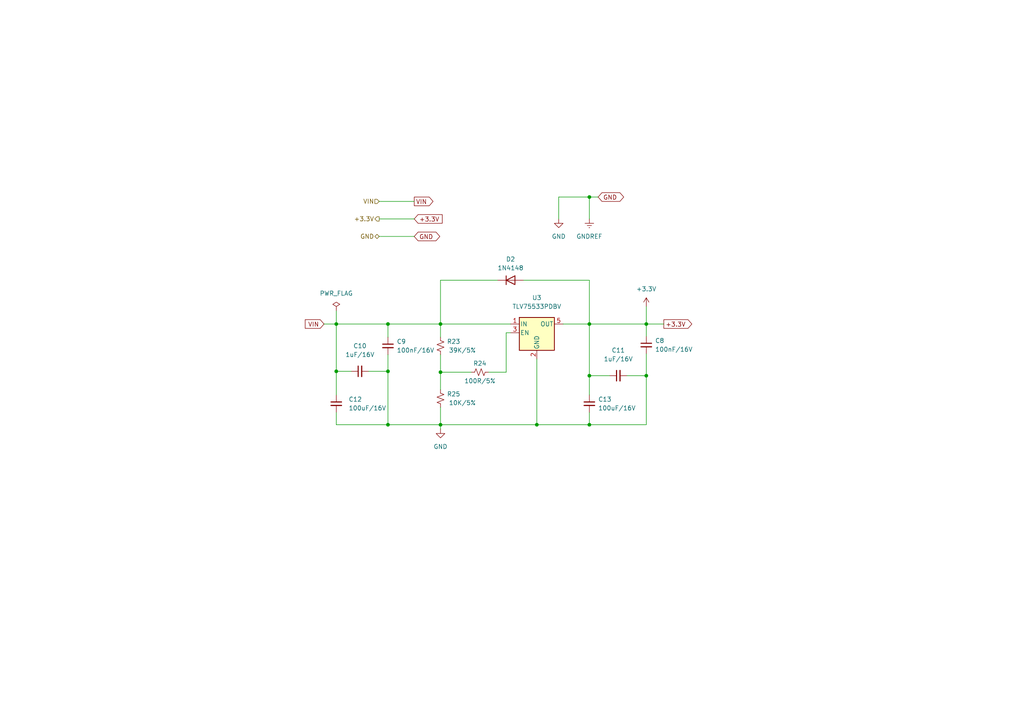
<source format=kicad_sch>
(kicad_sch (version 20211123) (generator eeschema)
  (paper "A4")
  (lib_symbols
    (symbol "Device:C_Small" (pin_numbers hide) (pin_names (offset 0.254) hide)
      (property "Reference" "C" (at 0.254 1.778 0))
      (property "Value" "C_Small" (at 0.254 -2.032 0))
      (symbol "C_Small_0_1"
        (polyline (pts (xy -1.524 -0.508) (xy 1.524 -0.508)) (stroke (width 0.3302)))
        (polyline (pts (xy -1.524 0.508) (xy 1.524 0.508)) (stroke (width 0.3048)))
      )
      (symbol "C_Small_1_1"
        (pin passive line (at 0 2.54 270) (length 2.032) (name "~") (number "1"))
        (pin passive line (at 0 -2.54 90) (length 2.032) (name "~") (number "2"))
      )
    )
    (symbol "Device:R_Small_US" (pin_numbers hide) (pin_names (offset 0.254) hide)
      (property "Reference" "R" (at 0.762 0.508 0))
      (property "Value" "R_Small_US" (at 0.762 -1.016 0))
      (symbol "R_Small_US_1_1"
        (polyline (pts (xy 0 0) (xy 1.016 -0.381) (xy 0 -0.762) (xy -1.016 -1.143) (xy 0 -1.524)))
        (polyline (pts (xy 0 1.524) (xy 1.016 1.143) (xy 0 0.762) (xy -1.016 0.381) (xy 0 0)))
        (pin passive line (at 0 2.54 270) (length 1.016) (name "~") (number "1"))
        (pin passive line (at 0 -2.54 90) (length 1.016) (name "~") (number "2"))
      )
    )
    (symbol "Diode:1SS355VM" (pin_numbers hide) (pin_names (offset 1.016) hide)
      (property "Reference" "D" (at 0 2.54 0))
      (property "Value" "1SS355VM" (at 0 -2.54 0))
      (symbol "1SS355VM_0_1"
        (polyline (pts (xy -1.27 1.27) (xy -1.27 -1.27)) (stroke (width 0.254)))
        (polyline (pts (xy 1.27 0) (xy -1.27 0)))
        (polyline (pts (xy 1.27 1.27) (xy 1.27 -1.27) (xy -1.27 0) (xy 1.27 1.27)) (stroke (width 0.254)))
      )
      (symbol "1SS355VM_1_1"
        (pin passive line (at -3.81 0 0) (length 2.54) (name "K") (number "1"))
        (pin passive line (at 3.81 0 180) (length 2.54) (name "A") (number "2"))
      )
    )
    (symbol "Regulator_Linear:TLV75533PDBV" (pin_names (offset 0.254))
      (property "Reference" "U" (at -3.81 5.715 0))
      (property "Value" "TLV75533PDBV" (at 0 5.715 0))
      (symbol "TLV75533PDBV_0_1"
        (rectangle (start -5.08 4.445) (end 5.08 -5.08) (stroke (width 0.254)) (fill (type background)))
      )
      (symbol "TLV75533PDBV_1_1"
        (pin power_in line (at -7.62 2.54 0) (length 2.54) (name "IN") (number "1"))
        (pin power_in line (at 0 -7.62 90) (length 2.54) (name "GND") (number "2"))
        (pin input line (at -7.62 0 0) (length 2.54) (name "EN") (number "3"))
        (pin no_connect line (at 5.08 0 180) (length 2.54) hide (name "NC") (number "4"))
        (pin power_out line (at 7.62 2.54 180) (length 2.54) (name "OUT") (number "5"))
      )
    )
    (symbol "power:+3.3V" (power) (pin_names (offset 0))
      (property "Value" "+3.3V" (at 0 3.556 0))
      (symbol "+3.3V_0_1"
        (polyline (pts (xy -0.762 1.27) (xy 0 2.54)))
        (polyline (pts (xy 0 0) (xy 0 2.54)))
        (polyline (pts (xy 0 2.54) (xy 0.762 1.27)))
      )
      (symbol "+3.3V_1_1"
        (pin power_in line (at 0 0 90) (length 0) hide (name "+3.3V") (number "1"))
      )
    )
    (symbol "power:GND" (power) (pin_names (offset 0))
      (property "Value" "GND" (at 0 -3.81 0))
      (symbol "GND_0_1"
        (polyline (pts (xy 0 0) (xy 0 -1.27) (xy 1.27 -1.27) (xy 0 -2.54) (xy -1.27 -1.27) (xy 0 -1.27)))
      )
      (symbol "GND_1_1"
        (pin power_in line (at 0 0 270) (length 0) hide (name "GND") (number "1"))
      )
    )
    (symbol "power:GNDREF" (power) (pin_names (offset 0))
      (property "Value" "GNDREF" (at 0 -3.81 0))
      (symbol "GNDREF_0_1"
        (polyline (pts (xy -0.635 -1.905) (xy 0.635 -1.905)))
        (polyline (pts (xy -0.127 -2.54) (xy 0.127 -2.54)))
        (polyline (pts (xy 0 -1.27) (xy 0 0)))
        (polyline (pts (xy 1.27 -1.27) (xy -1.27 -1.27)))
      )
      (symbol "GNDREF_1_1"
        (pin power_in line (at 0 0 270) (length 0) hide (name "GNDREF") (number "1"))
      )
    )
    (symbol "power:PWR_FLAG" (power) (pin_numbers hide) (pin_names (offset 0) hide)
      (property "Value" "PWR_FLAG" (at 0 3.81 0))
      (symbol "PWR_FLAG_0_0"
        (pin power_out line (at 0 0 90) (length 0) (name "pwr") (number "1"))
      )
      (symbol "PWR_FLAG_0_1"
        (polyline (pts (xy 0 0) (xy 0 1.27) (xy -1.016 1.905) (xy 0 2.54) (xy 1.016 1.905) (xy 0 1.27)))
      )
    )
  )
  (junction (at 97.536 107.696))
  (junction (at 97.536 93.98))
  (junction (at 170.942 123.19))
  (junction (at 187.452 93.98))
  (junction (at 187.452 108.966))
  (junction (at 127.762 123.19))
  (junction (at 112.522 93.98))
  (junction (at 112.522 107.696))
  (junction (at 170.942 93.98))
  (junction (at 112.522 123.19))
  (junction (at 170.942 57.15))
  (junction (at 155.702 123.19))
  (junction (at 127.762 93.98))
  (junction (at 127.762 107.95))
  (junction (at 170.942 108.966))
  (wire (pts (xy 109.982 63.5) (xy 120.142 63.5)))
  (wire (pts (xy 141.732 107.95) (xy 146.812 107.95)))
  (wire (pts (xy 187.452 97.536) (xy 187.452 93.98)))
  (wire (pts (xy 187.452 93.98) (xy 192.532 93.98)))
  (wire (pts (xy 170.942 123.19) (xy 187.452 123.19)))
  (wire (pts (xy 127.762 93.98) (xy 148.082 93.98)))
  (wire (pts (xy 136.652 107.95) (xy 127.762 107.95)))
  (wire (pts (xy 146.812 96.52) (xy 148.082 96.52)))
  (wire (pts (xy 170.942 108.966) (xy 170.942 114.554)))
  (wire (pts (xy 151.892 81.28) (xy 170.942 81.28)))
  (wire (pts (xy 112.522 93.98) (xy 127.762 93.98)))
  (wire (pts (xy 97.536 123.19) (xy 112.522 123.19)))
  (wire (pts (xy 112.522 93.98) (xy 112.522 97.79)))
  (wire (pts (xy 97.536 93.98) (xy 97.536 107.696)))
  (wire (pts (xy 170.942 119.634) (xy 170.942 123.19)))
  (wire (pts (xy 97.536 90.17) (xy 97.536 93.98)))
  (wire (pts (xy 112.522 123.19) (xy 127.762 123.19)))
  (wire (pts (xy 109.982 58.42) (xy 120.142 58.42)))
  (wire (pts (xy 93.98 93.98) (xy 97.536 93.98)))
  (wire (pts (xy 170.942 93.98) (xy 170.942 108.966)))
  (wire (pts (xy 170.942 93.98) (xy 187.452 93.98)))
  (wire (pts (xy 170.942 108.966) (xy 176.784 108.966)))
  (wire (pts (xy 127.762 81.28) (xy 127.762 93.98)))
  (wire (pts (xy 106.934 107.696) (xy 112.522 107.696)))
  (wire (pts (xy 144.272 81.28) (xy 127.762 81.28)))
  (wire (pts (xy 112.522 102.87) (xy 112.522 107.696)))
  (wire (pts (xy 97.536 119.634) (xy 97.536 123.19)))
  (wire (pts (xy 109.982 68.58) (xy 120.142 68.58)))
  (wire (pts (xy 127.762 123.19) (xy 155.702 123.19)))
  (wire (pts (xy 97.536 93.98) (xy 112.522 93.98)))
  (wire (pts (xy 187.452 88.9) (xy 187.452 93.98)))
  (wire (pts (xy 163.322 93.98) (xy 170.942 93.98)))
  (wire (pts (xy 127.762 107.95) (xy 127.762 113.03)))
  (wire (pts (xy 127.762 102.87) (xy 127.762 107.95)))
  (wire (pts (xy 127.762 118.11) (xy 127.762 123.19)))
  (wire (pts (xy 112.522 107.696) (xy 112.522 123.19)))
  (wire (pts (xy 181.864 108.966) (xy 187.452 108.966)))
  (wire (pts (xy 155.702 123.19) (xy 170.942 123.19)))
  (wire (pts (xy 170.942 81.28) (xy 170.942 93.98)))
  (wire (pts (xy 162.052 57.15) (xy 170.942 57.15)))
  (wire (pts (xy 173.482 57.15) (xy 170.942 57.15)))
  (wire (pts (xy 162.052 63.5) (xy 162.052 57.15)))
  (wire (pts (xy 187.452 123.19) (xy 187.452 108.966)))
  (wire (pts (xy 187.452 108.966) (xy 187.452 102.616)))
  (wire (pts (xy 97.536 107.696) (xy 97.536 114.554)))
  (wire (pts (xy 155.702 104.14) (xy 155.702 123.19)))
  (wire (pts (xy 170.942 57.15) (xy 170.942 63.5)))
  (wire (pts (xy 97.536 107.696) (xy 101.854 107.696)))
  (wire (pts (xy 146.812 96.52) (xy 146.812 107.95)))
  (wire (pts (xy 127.762 93.98) (xy 127.762 97.79)))
  (wire (pts (xy 127.762 123.19) (xy 127.762 124.46)))
  (global_label "VIN" (shape output) (at 120.142 58.42 0) (property "插入圖紙頁參考" "${INTERSHEET_REFS}" (effects hide)))
  (global_label "GND" (shape bidirectional) (at 120.142 68.58 0) (property "插入圖紙頁參考" "${INTERSHEET_REFS}" (effects hide)))
  (global_label "GND" (shape bidirectional) (at 173.482 57.15 0) (property "插入圖紙頁參考" "${INTERSHEET_REFS}" (effects hide)))
  (global_label "VIN" (shape input) (at 93.98 93.98 180) (property "插入圖紙頁參考" "${INTERSHEET_REFS}" (effects hide)))
  (global_label "+3.3V" (shape output) (at 192.532 93.98 0) (property "插入圖紙頁參考" "${INTERSHEET_REFS}" (effects hide)))
  (global_label "+3.3V" (shape input) (at 120.142 63.5 0) (property "插入圖紙頁參考" "${INTERSHEET_REFS}" (effects hide)))
  (hierarchical_label "+3.3V" (shape output) (at 109.982 63.5 180))
  (hierarchical_label "VIN" (shape input) (at 109.982 58.42 180))
  (hierarchical_label "GND" (shape bidirectional) (at 109.982 68.58 180))
  (symbol (lib_id "Device:C_Small") (at 179.324 108.966 90) (unit 1)
    (property "Reference" "C11" (at 179.3303 101.6 90))
    (property "Value" "1uF/16V" (at 179.3303 104.14 90))
    (property "Footprint" "Capacitor_SMD:C_0603_1608Metric" (effects hide))
  )
  (symbol (lib_id "power:GND") (at 162.052 63.5 0) (unit 1)
    (property "Reference" "#PWR018" (effects hide))
    (property "Value" "GND" (at 162.052 68.58 0))
  )
  (symbol (lib_id "Regulator_Linear:TLV75533PDBV") (at 155.702 96.52 0) (unit 1)
    (property "Reference" "U3" (at 155.702 86.36 0))
    (property "Value" "TLV75533PDBV" (at 155.702 88.9 0))
    (property "Footprint" "Package_TO_SOT_SMD:SOT-23-5" (effects hide))
    (property "Datasheet" "http://www.ti.com/lit/ds/symlink/tlv755p.pdf" (effects hide))
  )
  (symbol (lib_id "Device:C_Small") (at 170.942 117.094 0) (unit 1)
    (property "Reference" "C13" (at 173.482 115.8302 0) (effects (justify left)))
    (property "Value" "100uF/16V" (at 173.482 118.3702 0) (effects (justify left)))
    (property "Footprint" "Capacitor_SMD:C_0603_1608Metric" (effects hide))
  )
  (symbol (lib_id "Device:C_Small") (at 104.394 107.696 90) (unit 1)
    (property "Reference" "C10" (at 104.4003 100.33 90))
    (property "Value" "1uF/16V" (at 104.4003 102.87 90))
    (property "Footprint" "Capacitor_SMD:C_0603_1608Metric" (effects hide))
  )
  (symbol (lib_id "power:GNDREF") (at 170.942 63.5 0) (unit 1)
    (property "Reference" "#PWR019" (effects hide))
    (property "Value" "GNDREF" (at 170.942 68.58 0))
  )
  (symbol (lib_id "Device:R_Small_US") (at 139.192 107.95 270) (unit 1)
    (property "Reference" "R24" (at 139.192 105.41 90))
    (property "Value" "100R/5%" (at 139.192 110.49 90))
    (property "Footprint" "Resistor_SMD:R_0603_1608Metric" (effects hide))
  )
  (symbol (lib_id "Device:R_Small_US") (at 127.762 115.57 0) (unit 1)
    (property "Reference" "R25" (at 131.572 114.3 0))
    (property "Value" "10K/5%" (at 134.112 116.84 0))
    (property "Footprint" "Resistor_SMD:R_0603_1608Metric" (effects hide))
  )
  (symbol (lib_id "power:GND") (at 127.762 124.46 0) (unit 1)
    (property "Reference" "#PWR021" (effects hide))
    (property "Value" "GND" (at 127.762 129.54 0))
  )
  (symbol (lib_id "Diode:1SS355VM") (at 148.082 81.28 0) (unit 1)
    (property "Reference" "D2" (at 148.082 75.184 0))
    (property "Value" "1N4148" (at 148.082 77.724 0))
    (property "Footprint" "Diode_SMD:D_SOD-323" (effects hide))
    (property "Datasheet" "https://fscdn.rohm.com/en/products/databook/datasheet/discrete/diode/switching/1ss355vmte-17-e.pdf" (effects hide))
  )
  (symbol (lib_id "Device:C_Small") (at 112.522 100.33 0) (unit 1)
    (property "Reference" "C9" (at 115.062 99.0662 0) (effects (justify left)))
    (property "Value" "100nF/16V" (at 115.062 101.6062 0) (effects (justify left)))
    (property "Footprint" "Capacitor_SMD:C_0603_1608Metric" (effects hide))
  )
  (symbol (lib_id "power:+3.3V") (at 187.452 88.9 0) (unit 1)
    (property "Reference" "#PWR020" (effects hide))
    (property "Value" "+3.3V" (at 187.452 83.82 0))
  )
  (symbol (lib_id "Device:C_Small") (at 97.536 117.094 0) (unit 1)
    (property "Reference" "C12" (at 101.092 115.8302 0) (effects (justify left)))
    (property "Value" "100uF/16V" (at 101.092 118.3702 0) (effects (justify left)))
    (property "Footprint" "Capacitor_SMD:C_0603_1608Metric" (effects hide))
  )
  (symbol (lib_id "Device:R_Small_US") (at 127.762 100.33 180) (unit 1)
    (property "Reference" "R23" (at 131.572 99.06 0))
    (property "Value" "39K/5%" (at 134.112 101.6 0))
    (property "Footprint" "Resistor_SMD:R_0603_1608Metric" (effects hide))
  )
  (symbol (lib_id "Device:C_Small") (at 187.452 100.076 0) (unit 1)
    (property "Reference" "C8" (at 189.992 98.8122 0) (effects (justify left)))
    (property "Value" "100nF/16V" (at 189.992 101.3522 0) (effects (justify left)))
    (property "Footprint" "Capacitor_SMD:C_0603_1608Metric" (effects hide))
  )
  (symbol (lib_id "power:PWR_FLAG") (at 97.536 90.17 0) (unit 1)
    (property "Reference" "#FLG02" (effects hide))
    (property "Value" "PWR_FLAG" (at 97.536 85.09 0))
  )
)
</source>
